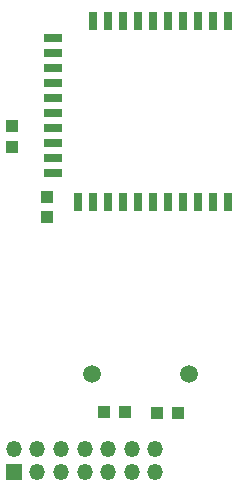
<source format=gts>
G04 #@! TF.GenerationSoftware,KiCad,Pcbnew,5.0.0-rc3-6a2723a~65~ubuntu16.04.1*
G04 #@! TF.CreationDate,2018-07-10T16:09:43+03:00*
G04 #@! TF.ProjectId,livolo_1_channel_1way_eu_switch,6C69766F6C6F5F315F6368616E6E656C,rev?*
G04 #@! TF.SameCoordinates,Original*
G04 #@! TF.FileFunction,Soldermask,Top*
G04 #@! TF.FilePolarity,Negative*
%FSLAX46Y46*%
G04 Gerber Fmt 4.6, Leading zero omitted, Abs format (unit mm)*
G04 Created by KiCad (PCBNEW 5.0.0-rc3-6a2723a~65~ubuntu16.04.1) date Tue Jul 10 16:09:43 2018*
%MOMM*%
%LPD*%
G01*
G04 APERTURE LIST*
%ADD10C,1.500000*%
%ADD11O,1.350000X1.350000*%
%ADD12R,1.350000X1.350000*%
%ADD13R,0.995000X1.000000*%
%ADD14R,1.000000X0.995000*%
%ADD15R,0.710000X1.524000*%
%ADD16R,1.524000X0.710000*%
G04 APERTURE END LIST*
D10*
G04 #@! TO.C,REF\002A\002A*
X146500000Y-101200000D03*
G04 #@! TD*
G04 #@! TO.C,REF\002A\002A*
X138300000Y-101200000D03*
G04 #@! TD*
D11*
G04 #@! TO.C,P4*
X143650000Y-107550000D03*
X143650000Y-109550000D03*
X141650000Y-107550000D03*
X141650000Y-109550000D03*
X139650000Y-107550000D03*
X139650000Y-109550000D03*
X137650000Y-107550000D03*
X137650000Y-109550000D03*
X135650000Y-107550000D03*
X135650000Y-109550000D03*
X133650000Y-107550000D03*
X133650000Y-109550000D03*
X131650000Y-107550000D03*
D12*
X131650000Y-109550000D03*
G04 #@! TD*
D13*
G04 #@! TO.C,R5*
X141050000Y-104450000D03*
X139275000Y-104450000D03*
G04 #@! TD*
G04 #@! TO.C,R6*
X145525000Y-104500000D03*
X143750000Y-104500000D03*
G04 #@! TD*
D14*
G04 #@! TO.C,R10*
X134450000Y-87975000D03*
X134450000Y-86200000D03*
G04 #@! TD*
D15*
G04 #@! TO.C,U5*
X149820000Y-86700000D03*
X148550000Y-86700000D03*
X147280000Y-86700000D03*
X146010000Y-86700000D03*
X144740000Y-86700000D03*
X143470000Y-86700000D03*
X142200000Y-86700000D03*
X140930000Y-86700000D03*
X139660000Y-86700000D03*
X138390000Y-86700000D03*
X137120000Y-86700000D03*
D16*
X135000000Y-84250000D03*
X135000000Y-82980000D03*
X135000000Y-81710000D03*
X135000000Y-80440000D03*
X135000000Y-79170000D03*
X135000000Y-77900000D03*
X135000000Y-76630000D03*
X135000000Y-75360000D03*
X135000000Y-74090000D03*
X135000000Y-72820000D03*
D15*
X144740000Y-71300000D03*
X149820000Y-71300000D03*
X147280000Y-71300000D03*
X140930000Y-71300000D03*
X142200000Y-71300000D03*
X148550000Y-71300000D03*
X139660000Y-71300000D03*
X143470000Y-71300000D03*
X138390000Y-71300000D03*
X146010000Y-71300000D03*
G04 #@! TD*
D14*
G04 #@! TO.C,L1*
X131500000Y-82025000D03*
X131500000Y-80250000D03*
G04 #@! TD*
M02*

</source>
